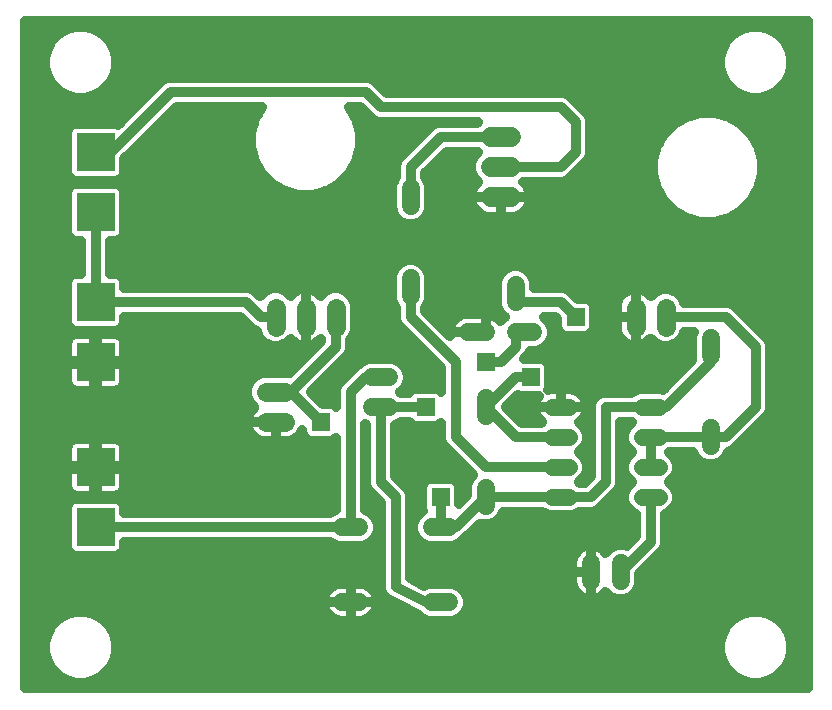
<source format=gtl>
G75*
%MOIN*%
%OFA0B0*%
%FSLAX24Y24*%
%IPPOS*%
%LPD*%
%AMOC8*
5,1,8,0,0,1.08239X$1,22.5*
%
%ADD10C,0.0640*%
%ADD11C,0.0556*%
%ADD12C,0.0586*%
%ADD13C,0.0630*%
%ADD14R,0.1254X0.1254*%
%ADD15C,0.0672*%
%ADD16C,0.0320*%
%ADD17R,0.0586X0.0586*%
D10*
X016763Y019617D02*
X016763Y020257D01*
X017763Y020257D02*
X017763Y019617D01*
X018763Y019617D02*
X018763Y020257D01*
D11*
X025985Y016937D02*
X026541Y016937D01*
X026541Y015937D02*
X025985Y015937D01*
X025985Y014937D02*
X026541Y014937D01*
X026541Y013937D02*
X025985Y013937D01*
X028985Y013937D02*
X029541Y013937D01*
X029541Y014937D02*
X028985Y014937D01*
X028985Y015937D02*
X029541Y015937D01*
X029541Y016937D02*
X028985Y016937D01*
D12*
X031263Y016230D02*
X031263Y015644D01*
X031263Y018644D02*
X031263Y019230D01*
X025350Y019437D02*
X024763Y019437D01*
X024763Y020437D02*
X024763Y021023D01*
X023763Y019437D02*
X023177Y019437D01*
X021263Y020644D02*
X021263Y021230D01*
X021263Y023644D02*
X021263Y024230D01*
X020556Y017937D02*
X019970Y017937D01*
X019970Y016937D02*
X020556Y016937D01*
X023763Y017230D02*
X023763Y016644D01*
X023763Y014230D02*
X023763Y013644D01*
X022556Y012937D02*
X021970Y012937D01*
X019556Y012937D02*
X018970Y012937D01*
X018970Y010437D02*
X019556Y010437D01*
X021970Y010437D02*
X022556Y010437D01*
X027263Y011144D02*
X027263Y011730D01*
X028263Y011730D02*
X028263Y011144D01*
D13*
X028763Y019622D02*
X028763Y020252D01*
X029763Y020252D02*
X029763Y019622D01*
X017078Y017437D02*
X016448Y017437D01*
X016448Y016437D02*
X017078Y016437D01*
D14*
X010763Y014937D03*
X010763Y012937D03*
X010763Y018437D03*
X010763Y020437D03*
X010763Y023437D03*
X010763Y025437D03*
D15*
X023927Y025937D02*
X024599Y025937D01*
X024599Y024937D02*
X023927Y024937D01*
X023927Y023937D02*
X024599Y023937D01*
D16*
X008397Y029803D02*
X008397Y007570D01*
X034500Y007570D01*
X034500Y029803D01*
X008397Y029803D01*
X008397Y029550D02*
X009846Y029550D01*
X009806Y029540D02*
X009537Y029384D01*
X009316Y029163D01*
X009160Y028894D01*
X009080Y028592D01*
X009080Y028281D01*
X009160Y027980D01*
X009316Y027710D01*
X009537Y027490D01*
X009806Y027334D01*
X010108Y027253D01*
X010419Y027253D01*
X010720Y027334D01*
X010990Y027490D01*
X011210Y027710D01*
X011366Y027980D01*
X011447Y028281D01*
X011447Y028592D01*
X011366Y028894D01*
X011210Y029163D01*
X010990Y029384D01*
X010720Y029540D01*
X010419Y029620D01*
X010108Y029620D01*
X009806Y029540D01*
X009384Y029232D02*
X008397Y029232D01*
X008397Y028913D02*
X009172Y028913D01*
X009080Y028595D02*
X008397Y028595D01*
X008397Y028276D02*
X009081Y028276D01*
X009173Y027958D02*
X008397Y027958D01*
X008397Y027639D02*
X009387Y027639D01*
X009855Y027321D02*
X008397Y027321D01*
X008397Y027002D02*
X012151Y027002D01*
X012469Y027321D02*
X010672Y027321D01*
X011140Y027639D02*
X012788Y027639D01*
X012992Y027843D02*
X013168Y027916D01*
X019859Y027916D01*
X020035Y027843D01*
X020170Y027708D01*
X020462Y027416D01*
X026359Y027416D01*
X026535Y027343D01*
X026670Y027208D01*
X027170Y026708D01*
X027243Y026532D01*
X027243Y025341D01*
X027170Y025165D01*
X027035Y025030D01*
X026535Y024530D01*
X026359Y024457D01*
X025047Y024457D01*
X025025Y024436D01*
X025032Y024430D01*
X025093Y024370D01*
X025145Y024302D01*
X025188Y024227D01*
X025221Y024148D01*
X025244Y024065D01*
X025255Y023980D01*
X025255Y023937D01*
X024263Y023937D01*
X024263Y023937D01*
X023272Y023937D01*
X023272Y023980D01*
X023283Y024065D01*
X023305Y024148D01*
X023338Y024227D01*
X023381Y024302D01*
X023433Y024370D01*
X023494Y024430D01*
X023501Y024436D01*
X023372Y024565D01*
X023272Y024806D01*
X023272Y025067D01*
X023372Y025308D01*
X023500Y025437D01*
X023480Y025457D01*
X022462Y025457D01*
X021743Y024738D01*
X021743Y024617D01*
X021783Y024577D01*
X021876Y024352D01*
X021876Y023522D01*
X021783Y023297D01*
X021610Y023124D01*
X021385Y023031D01*
X021141Y023031D01*
X020916Y023124D01*
X020744Y023297D01*
X020651Y023522D01*
X020651Y024352D01*
X020744Y024577D01*
X020784Y024617D01*
X020784Y025032D01*
X020857Y025208D01*
X021992Y026343D01*
X022168Y026416D01*
X023480Y026416D01*
X023521Y026457D01*
X020168Y026457D01*
X019992Y026530D01*
X019565Y026957D01*
X019203Y026957D01*
X019212Y026948D01*
X019450Y026535D01*
X019573Y026075D01*
X019573Y025598D01*
X019450Y025138D01*
X019212Y024725D01*
X018875Y024388D01*
X018462Y024150D01*
X018002Y024027D01*
X017525Y024027D01*
X017065Y024150D01*
X016652Y024388D01*
X016315Y024725D01*
X016077Y025138D01*
X015953Y025598D01*
X015953Y026075D01*
X016077Y026535D01*
X016315Y026948D01*
X016324Y026957D01*
X013462Y026957D01*
X011710Y025205D01*
X011710Y024746D01*
X011661Y024629D01*
X011571Y024539D01*
X011454Y024490D01*
X010073Y024490D01*
X009956Y024539D01*
X009866Y024629D01*
X009817Y024746D01*
X009817Y026127D01*
X009866Y026244D01*
X009956Y026334D01*
X010073Y026383D01*
X011454Y026383D01*
X011509Y026360D01*
X012992Y027843D01*
X013263Y027437D02*
X011263Y025437D01*
X010763Y025437D01*
X009817Y025410D02*
X008397Y025410D01*
X008397Y025091D02*
X009817Y025091D01*
X009817Y024773D02*
X008397Y024773D01*
X008397Y024454D02*
X016586Y024454D01*
X016288Y024773D02*
X011710Y024773D01*
X011710Y025091D02*
X016104Y025091D01*
X016004Y025410D02*
X011914Y025410D01*
X012233Y025728D02*
X015953Y025728D01*
X015953Y026047D02*
X012551Y026047D01*
X012870Y026365D02*
X016031Y026365D01*
X016162Y026684D02*
X013188Y026684D01*
X013263Y027437D02*
X019763Y027437D01*
X020263Y026937D01*
X026263Y026937D01*
X026763Y026437D01*
X026763Y025437D01*
X026263Y024937D01*
X024263Y024937D01*
X023483Y024454D02*
X021833Y024454D01*
X021876Y024136D02*
X023302Y024136D01*
X023272Y023937D02*
X023272Y023894D01*
X023283Y023808D01*
X023305Y023725D01*
X023338Y023646D01*
X023381Y023572D01*
X023433Y023504D01*
X023494Y023443D01*
X023562Y023390D01*
X023637Y023348D01*
X023716Y023315D01*
X023799Y023292D01*
X023884Y023281D01*
X024263Y023281D01*
X024263Y023937D01*
X023272Y023937D01*
X023282Y023817D02*
X021876Y023817D01*
X021866Y023499D02*
X023438Y023499D01*
X024263Y023499D02*
X024263Y023499D01*
X024263Y023281D02*
X024642Y023281D01*
X024727Y023292D01*
X024810Y023315D01*
X024890Y023348D01*
X024964Y023390D01*
X025032Y023443D01*
X025093Y023504D01*
X025145Y023572D01*
X025188Y023646D01*
X025221Y023725D01*
X025244Y023808D01*
X025255Y023894D01*
X025255Y023937D01*
X024263Y023937D01*
X024263Y023937D01*
X024263Y023937D01*
X024263Y023281D01*
X024263Y023817D02*
X024263Y023817D01*
X025088Y023499D02*
X030042Y023499D01*
X030052Y023488D02*
X030465Y023250D01*
X030925Y023127D01*
X031402Y023127D01*
X031862Y023250D01*
X032275Y023488D01*
X032612Y023825D01*
X032850Y024238D01*
X032973Y024698D01*
X032973Y025175D01*
X032850Y025635D01*
X032612Y026048D01*
X032275Y026385D01*
X031862Y026623D01*
X031402Y026747D01*
X030925Y026747D01*
X030465Y026623D01*
X030052Y026385D01*
X029715Y026048D01*
X029477Y025635D01*
X029353Y025175D01*
X029353Y024698D01*
X029477Y024238D01*
X029715Y023825D01*
X030052Y023488D01*
X029723Y023817D02*
X025245Y023817D01*
X025225Y024136D02*
X029536Y024136D01*
X029419Y024454D02*
X025044Y024454D01*
X026777Y024773D02*
X029353Y024773D01*
X029353Y025091D02*
X027096Y025091D01*
X027243Y025410D02*
X029416Y025410D01*
X029530Y025728D02*
X027243Y025728D01*
X027243Y026047D02*
X029714Y026047D01*
X030032Y026365D02*
X027243Y026365D01*
X027180Y026684D02*
X030690Y026684D01*
X031637Y026684D02*
X034500Y026684D01*
X034500Y027002D02*
X026876Y027002D01*
X026557Y027321D02*
X032355Y027321D01*
X032306Y027334D02*
X032608Y027253D01*
X032919Y027253D01*
X033220Y027334D01*
X033490Y027490D01*
X033710Y027710D01*
X033866Y027980D01*
X033947Y028281D01*
X033947Y028592D01*
X033866Y028894D01*
X033710Y029163D01*
X033490Y029384D01*
X033220Y029540D01*
X032919Y029620D01*
X032608Y029620D01*
X032306Y029540D01*
X032037Y029384D01*
X031816Y029163D01*
X031660Y028894D01*
X031580Y028592D01*
X031580Y028281D01*
X031660Y027980D01*
X031816Y027710D01*
X032037Y027490D01*
X032306Y027334D01*
X031887Y027639D02*
X020239Y027639D01*
X019838Y026684D02*
X019364Y026684D01*
X019496Y026365D02*
X022045Y026365D01*
X021695Y026047D02*
X019573Y026047D01*
X019573Y025728D02*
X021377Y025728D01*
X021058Y025410D02*
X019523Y025410D01*
X019423Y025091D02*
X020808Y025091D01*
X020784Y024773D02*
X019239Y024773D01*
X018941Y024454D02*
X020693Y024454D01*
X020651Y024136D02*
X018408Y024136D01*
X017118Y024136D02*
X011706Y024136D01*
X011710Y024127D02*
X011661Y024244D01*
X011571Y024334D01*
X011454Y024383D01*
X010073Y024383D01*
X009956Y024334D01*
X009866Y024244D01*
X009817Y024127D01*
X009817Y022746D01*
X009866Y022629D01*
X009956Y022539D01*
X010073Y022490D01*
X010284Y022490D01*
X010284Y021383D01*
X010073Y021383D01*
X009956Y021334D01*
X009866Y021244D01*
X009817Y021127D01*
X009817Y019746D01*
X009866Y019629D01*
X009956Y019539D01*
X010073Y019490D01*
X011454Y019490D01*
X011571Y019539D01*
X011661Y019629D01*
X011710Y019746D01*
X011710Y019957D01*
X015565Y019957D01*
X015857Y019665D01*
X015992Y019530D01*
X016131Y019473D01*
X016221Y019254D01*
X016401Y019075D01*
X016636Y018977D01*
X016891Y018977D01*
X017126Y019075D01*
X017266Y019215D01*
X017282Y019194D01*
X017341Y019135D01*
X017407Y019084D01*
X017480Y019042D01*
X017557Y019010D01*
X017638Y018988D01*
X017721Y018977D01*
X017763Y018977D01*
X017763Y019937D01*
X017763Y020896D01*
X017721Y020896D01*
X017638Y020885D01*
X017557Y020863D01*
X017480Y020831D01*
X017407Y020789D01*
X017341Y020738D01*
X017282Y020679D01*
X017266Y020659D01*
X017126Y020799D01*
X016891Y020896D01*
X016636Y020896D01*
X016401Y020799D01*
X016240Y020638D01*
X016035Y020843D01*
X015859Y020916D01*
X011710Y020916D01*
X011710Y021127D01*
X011661Y021244D01*
X011571Y021334D01*
X011454Y021383D01*
X011243Y021383D01*
X011243Y022490D01*
X011454Y022490D01*
X011571Y022539D01*
X011661Y022629D01*
X011710Y022746D01*
X011710Y024127D01*
X011710Y023817D02*
X020651Y023817D01*
X020660Y023499D02*
X011710Y023499D01*
X011710Y023180D02*
X020860Y023180D01*
X021666Y023180D02*
X030725Y023180D01*
X031601Y023180D02*
X034500Y023180D01*
X034500Y022862D02*
X011710Y022862D01*
X011575Y022543D02*
X034500Y022543D01*
X034500Y022225D02*
X011243Y022225D01*
X011243Y021906D02*
X034500Y021906D01*
X034500Y021588D02*
X025000Y021588D01*
X025110Y021542D02*
X024885Y021635D01*
X024641Y021635D01*
X024416Y021542D01*
X024244Y021370D01*
X024151Y021145D01*
X024151Y020315D01*
X024244Y020090D01*
X024397Y019937D01*
X024258Y019798D01*
X024231Y019836D01*
X024162Y019904D01*
X024084Y019961D01*
X023998Y020004D01*
X023907Y020034D01*
X023812Y020049D01*
X023763Y020049D01*
X023129Y020049D01*
X023034Y020034D01*
X022942Y020004D01*
X022856Y019961D01*
X022778Y019904D01*
X022710Y019836D01*
X022653Y019758D01*
X022609Y019672D01*
X022580Y019580D01*
X022565Y019485D01*
X022565Y019437D01*
X023763Y019437D01*
X023763Y020049D01*
X023763Y019437D01*
X023763Y019437D01*
X023763Y019437D01*
X022565Y019437D01*
X022565Y019388D01*
X022579Y019299D01*
X021743Y020135D01*
X021743Y020257D01*
X021783Y020297D01*
X021876Y020522D01*
X021876Y021352D01*
X021783Y021577D01*
X021610Y021749D01*
X021385Y021842D01*
X021141Y021842D01*
X020916Y021749D01*
X020744Y021577D01*
X020651Y021352D01*
X020651Y020522D01*
X020744Y020297D01*
X020784Y020257D01*
X020784Y019841D01*
X020857Y019665D01*
X020992Y019530D01*
X022284Y018238D01*
X022284Y017454D01*
X022237Y017501D01*
X022120Y017549D01*
X021407Y017549D01*
X021289Y017501D01*
X021205Y017416D01*
X020943Y017416D01*
X020923Y017437D01*
X021076Y017590D01*
X021169Y017815D01*
X021169Y018058D01*
X021076Y018284D01*
X020903Y018456D01*
X020678Y018549D01*
X019848Y018549D01*
X019623Y018456D01*
X019524Y018356D01*
X019492Y018343D01*
X019357Y018208D01*
X018857Y017708D01*
X018784Y017532D01*
X018784Y016954D01*
X018737Y017001D01*
X018620Y017049D01*
X018329Y017049D01*
X017941Y017437D01*
X019170Y018665D01*
X019243Y018841D01*
X019243Y019192D01*
X019305Y019254D01*
X019403Y019489D01*
X019403Y020384D01*
X019305Y020619D01*
X019126Y020799D01*
X018891Y020896D01*
X018636Y020896D01*
X018401Y020799D01*
X018261Y020659D01*
X018245Y020679D01*
X018186Y020738D01*
X018119Y020789D01*
X018047Y020831D01*
X017969Y020863D01*
X017888Y020885D01*
X017805Y020896D01*
X017763Y020896D01*
X017763Y019937D01*
X017763Y019937D01*
X017763Y019937D01*
X017763Y018977D01*
X017805Y018977D01*
X017888Y018988D01*
X017969Y019010D01*
X018047Y019042D01*
X018119Y019084D01*
X018186Y019135D01*
X018245Y019194D01*
X018261Y019215D01*
X018284Y019192D01*
X018284Y019135D01*
X017215Y018067D01*
X017205Y018071D01*
X016322Y018071D01*
X016089Y017974D01*
X015910Y017796D01*
X015814Y017563D01*
X015814Y017310D01*
X015910Y017077D01*
X016054Y016934D01*
X016035Y016921D01*
X015964Y016850D01*
X015906Y016769D01*
X015860Y016680D01*
X015830Y016585D01*
X015814Y016487D01*
X015814Y016437D01*
X016763Y016437D01*
X016763Y016437D01*
X015814Y016437D01*
X015814Y016387D01*
X015830Y016288D01*
X015860Y016193D01*
X015906Y016104D01*
X015964Y016023D01*
X016035Y015953D01*
X016116Y015894D01*
X016205Y015849D01*
X016300Y015818D01*
X016398Y015802D01*
X016763Y015802D01*
X016763Y016437D01*
X016763Y016437D01*
X016763Y015802D01*
X017128Y015802D01*
X017227Y015818D01*
X017322Y015849D01*
X017411Y015894D01*
X017492Y015953D01*
X017562Y016023D01*
X017621Y016104D01*
X017651Y016163D01*
X017651Y016080D01*
X017699Y015963D01*
X017789Y015873D01*
X017907Y015824D01*
X018620Y015824D01*
X018737Y015873D01*
X018784Y015919D01*
X018784Y013522D01*
X018623Y013456D01*
X018583Y013416D01*
X011710Y013416D01*
X011710Y013627D01*
X011661Y013744D01*
X011571Y013834D01*
X011454Y013883D01*
X010073Y013883D01*
X009956Y013834D01*
X009866Y013744D01*
X009817Y013627D01*
X009817Y012246D01*
X009866Y012129D01*
X009956Y012039D01*
X010073Y011990D01*
X011454Y011990D01*
X011571Y012039D01*
X011661Y012129D01*
X011710Y012246D01*
X011710Y012457D01*
X018583Y012457D01*
X018623Y012417D01*
X018848Y012324D01*
X019678Y012324D01*
X019903Y012417D01*
X020076Y012590D01*
X020169Y012815D01*
X020169Y013058D01*
X020076Y013284D01*
X019903Y013456D01*
X019743Y013522D01*
X019743Y016368D01*
X019784Y016351D01*
X019784Y014341D01*
X019857Y014165D01*
X020284Y013738D01*
X020284Y010954D01*
X020278Y010875D01*
X020284Y010859D01*
X020284Y010841D01*
X020314Y010769D01*
X020339Y010695D01*
X020350Y010681D01*
X020357Y010665D01*
X020412Y010610D01*
X020464Y010550D01*
X020479Y010543D01*
X020492Y010530D01*
X020564Y010500D01*
X021479Y010043D01*
X021492Y010030D01*
X021524Y010017D01*
X021623Y009917D01*
X021848Y009824D01*
X022678Y009824D01*
X022903Y009917D01*
X023076Y010090D01*
X023169Y010315D01*
X023169Y010558D01*
X023076Y010784D01*
X022903Y010956D01*
X022678Y011049D01*
X021848Y011049D01*
X021718Y010995D01*
X021243Y011233D01*
X021243Y014032D01*
X021170Y014208D01*
X021035Y014343D01*
X020743Y014635D01*
X020743Y016351D01*
X020903Y016417D01*
X020943Y016457D01*
X021205Y016457D01*
X021289Y016373D01*
X021407Y016324D01*
X022120Y016324D01*
X022237Y016373D01*
X022284Y016419D01*
X022284Y015841D01*
X022357Y015665D01*
X022492Y015530D01*
X023345Y014677D01*
X023244Y014577D01*
X023151Y014352D01*
X023151Y014002D01*
X022876Y013727D01*
X022876Y014293D01*
X022827Y014411D01*
X022737Y014501D01*
X022620Y014549D01*
X021907Y014549D01*
X021789Y014501D01*
X021699Y014411D01*
X021651Y014293D01*
X021651Y013580D01*
X021691Y013484D01*
X021623Y013456D01*
X021451Y013284D01*
X021358Y013058D01*
X021358Y012815D01*
X021451Y012590D01*
X021623Y012417D01*
X021848Y012324D01*
X022678Y012324D01*
X022903Y012417D01*
X023003Y012517D01*
X023035Y012530D01*
X023170Y012665D01*
X023567Y013062D01*
X023641Y013031D01*
X023885Y013031D01*
X024110Y013124D01*
X024283Y013297D01*
X024349Y013457D01*
X025620Y013457D01*
X025647Y013430D01*
X025866Y013339D01*
X026660Y013339D01*
X026880Y013430D01*
X026907Y013457D01*
X027359Y013457D01*
X027535Y013530D01*
X028035Y014030D01*
X028170Y014165D01*
X028243Y014341D01*
X028243Y016457D01*
X028620Y016457D01*
X028640Y016437D01*
X028479Y016275D01*
X028388Y016056D01*
X028388Y015818D01*
X028479Y015598D01*
X028640Y015437D01*
X028479Y015275D01*
X028388Y015056D01*
X028388Y014818D01*
X028479Y014598D01*
X028640Y014437D01*
X028479Y014275D01*
X028388Y014056D01*
X028388Y013818D01*
X028479Y013598D01*
X028647Y013430D01*
X028784Y013373D01*
X028784Y012635D01*
X028460Y012311D01*
X028385Y012342D01*
X028141Y012342D01*
X027916Y012249D01*
X027758Y012091D01*
X027731Y012129D01*
X027662Y012197D01*
X027584Y012254D01*
X027498Y012297D01*
X027407Y012327D01*
X027312Y012342D01*
X027263Y012342D01*
X027215Y012342D01*
X027120Y012327D01*
X027028Y012297D01*
X026942Y012254D01*
X026864Y012197D01*
X026796Y012129D01*
X026739Y012051D01*
X026696Y011965D01*
X026666Y011873D01*
X026651Y011778D01*
X026651Y011437D01*
X027263Y011437D01*
X027263Y012342D01*
X027263Y011437D01*
X027263Y011437D01*
X027263Y011437D01*
X026651Y011437D01*
X026651Y011095D01*
X026666Y011000D01*
X026696Y010908D01*
X026739Y010822D01*
X026796Y010744D01*
X026864Y010676D01*
X026942Y010620D01*
X027028Y010576D01*
X027120Y010546D01*
X027215Y010531D01*
X027263Y010531D01*
X027263Y011437D01*
X027263Y011437D01*
X027263Y010531D01*
X027312Y010531D01*
X027407Y010546D01*
X027498Y010576D01*
X027584Y010620D01*
X027662Y010676D01*
X027731Y010744D01*
X027758Y010782D01*
X027916Y010624D01*
X028141Y010531D01*
X028385Y010531D01*
X028610Y010624D01*
X028783Y010797D01*
X028876Y011022D01*
X028876Y011371D01*
X029535Y012030D01*
X029670Y012165D01*
X029743Y012341D01*
X029743Y013373D01*
X029880Y013430D01*
X030048Y013598D01*
X030139Y013818D01*
X030139Y014056D01*
X030048Y014275D01*
X029887Y014437D01*
X030048Y014598D01*
X030139Y014818D01*
X030139Y015056D01*
X030048Y015275D01*
X029887Y015437D01*
X029907Y015457D01*
X030677Y015457D01*
X030744Y015297D01*
X030916Y015124D01*
X031141Y015031D01*
X031385Y015031D01*
X031610Y015124D01*
X031783Y015297D01*
X031849Y015457D01*
X031859Y015457D01*
X032035Y015530D01*
X032170Y015665D01*
X033170Y016665D01*
X033243Y016841D01*
X033243Y019032D01*
X033170Y019208D01*
X033035Y019343D01*
X032035Y020343D01*
X031859Y020416D01*
X030382Y020416D01*
X030301Y020611D01*
X030123Y020789D01*
X029890Y020886D01*
X029637Y020886D01*
X029404Y020789D01*
X029261Y020646D01*
X029247Y020665D01*
X029177Y020736D01*
X029096Y020794D01*
X029007Y020840D01*
X028912Y020870D01*
X028813Y020886D01*
X028763Y020886D01*
X028713Y020886D01*
X028615Y020870D01*
X028520Y020840D01*
X028431Y020794D01*
X028350Y020736D01*
X028279Y020665D01*
X028221Y020584D01*
X028175Y020495D01*
X028145Y020400D01*
X028129Y020302D01*
X028129Y019937D01*
X028763Y019937D01*
X028763Y020886D01*
X028763Y019937D01*
X028763Y019937D01*
X028763Y019937D01*
X028129Y019937D01*
X028129Y019572D01*
X028145Y019473D01*
X028175Y019378D01*
X028221Y019289D01*
X028279Y019208D01*
X028350Y019138D01*
X028431Y019079D01*
X028520Y019034D01*
X028615Y019003D01*
X028713Y018987D01*
X028763Y018987D01*
X028763Y019937D01*
X028763Y019937D01*
X028763Y018987D01*
X028813Y018987D01*
X028912Y019003D01*
X029007Y019034D01*
X029096Y019079D01*
X029177Y019138D01*
X029247Y019208D01*
X029261Y019227D01*
X029404Y019084D01*
X029637Y018987D01*
X029890Y018987D01*
X030123Y019084D01*
X030301Y019262D01*
X030382Y019457D01*
X030695Y019457D01*
X030651Y019352D01*
X030651Y018522D01*
X030657Y018508D01*
X029676Y017528D01*
X029660Y017534D01*
X028866Y017534D01*
X028647Y017443D01*
X028620Y017416D01*
X027668Y017416D01*
X027492Y017343D01*
X027357Y017208D01*
X027284Y017032D01*
X027284Y014635D01*
X027065Y014416D01*
X026907Y014416D01*
X026887Y014437D01*
X027048Y014598D01*
X027139Y014818D01*
X027139Y015056D01*
X027048Y015275D01*
X026887Y015437D01*
X027048Y015598D01*
X027139Y015818D01*
X027139Y016056D01*
X027048Y016275D01*
X026880Y016443D01*
X026879Y016443D01*
X026931Y016481D01*
X026997Y016547D01*
X027053Y016623D01*
X027095Y016707D01*
X027124Y016797D01*
X027139Y016890D01*
X027139Y016937D01*
X027139Y016984D01*
X027124Y017077D01*
X027095Y017166D01*
X027053Y017250D01*
X026997Y017326D01*
X026931Y017392D01*
X026855Y017448D01*
X026771Y017490D01*
X026681Y017519D01*
X026588Y017534D01*
X026263Y017534D01*
X025938Y017534D01*
X025851Y017520D01*
X025876Y017580D01*
X025876Y018293D01*
X025827Y018411D01*
X025737Y018501D01*
X025620Y018549D01*
X025054Y018549D01*
X025170Y018665D01*
X025236Y018824D01*
X025471Y018824D01*
X025697Y018917D01*
X025869Y019090D01*
X025962Y019315D01*
X025962Y019558D01*
X025869Y019784D01*
X025697Y019956D01*
X025694Y019957D01*
X026065Y019957D01*
X026151Y019871D01*
X026151Y019580D01*
X026199Y019463D01*
X026289Y019373D01*
X026407Y019324D01*
X027120Y019324D01*
X027237Y019373D01*
X027327Y019463D01*
X027376Y019580D01*
X027376Y020293D01*
X027327Y020411D01*
X027237Y020501D01*
X027120Y020549D01*
X026829Y020549D01*
X026535Y020843D01*
X026359Y020916D01*
X025376Y020916D01*
X025376Y021145D01*
X025283Y021370D01*
X025110Y021542D01*
X025324Y021269D02*
X034500Y021269D01*
X034500Y020951D02*
X025376Y020951D01*
X024763Y020437D02*
X026263Y020437D01*
X026763Y019937D01*
X026151Y019677D02*
X025913Y019677D01*
X025962Y019358D02*
X026324Y019358D01*
X025819Y019040D02*
X028508Y019040D01*
X028763Y019040D02*
X028763Y019040D01*
X029019Y019040D02*
X029510Y019040D01*
X030016Y019040D02*
X030651Y019040D01*
X030653Y019358D02*
X030341Y019358D01*
X030651Y018721D02*
X025193Y018721D01*
X024763Y018937D02*
X024263Y018437D01*
X023763Y018437D01*
X022763Y018437D02*
X021263Y019937D01*
X021263Y020937D01*
X020651Y020951D02*
X011710Y020951D01*
X011636Y021269D02*
X020651Y021269D01*
X020755Y021588D02*
X011243Y021588D01*
X010284Y021588D02*
X008397Y021588D01*
X008397Y021906D02*
X010284Y021906D01*
X010284Y022225D02*
X008397Y022225D01*
X008397Y022543D02*
X009951Y022543D01*
X009817Y022862D02*
X008397Y022862D01*
X008397Y023180D02*
X009817Y023180D01*
X009817Y023499D02*
X008397Y023499D01*
X008397Y023817D02*
X009817Y023817D01*
X009821Y024136D02*
X008397Y024136D01*
X008397Y025728D02*
X009817Y025728D01*
X009817Y026047D02*
X008397Y026047D01*
X008397Y026365D02*
X010030Y026365D01*
X011497Y026365D02*
X011514Y026365D01*
X011832Y026684D02*
X008397Y026684D01*
X011354Y027958D02*
X031673Y027958D01*
X031581Y028276D02*
X011446Y028276D01*
X011446Y028595D02*
X031580Y028595D01*
X031672Y028913D02*
X011355Y028913D01*
X011142Y029232D02*
X031884Y029232D01*
X032346Y029550D02*
X010681Y029550D01*
X010763Y023437D02*
X010763Y020437D01*
X015763Y020437D01*
X016263Y019937D01*
X016763Y019937D01*
X016178Y019358D02*
X011514Y019358D01*
X011541Y019347D02*
X011483Y019371D01*
X011422Y019383D01*
X010818Y019383D01*
X010818Y018492D01*
X010708Y018492D01*
X010708Y019383D01*
X010105Y019383D01*
X010043Y019371D01*
X009985Y019347D01*
X009933Y019312D01*
X009888Y019267D01*
X009853Y019215D01*
X009829Y019157D01*
X009817Y019095D01*
X009817Y018492D01*
X010708Y018492D01*
X010708Y018382D01*
X009817Y018382D01*
X009817Y017778D01*
X009829Y017717D01*
X009853Y017658D01*
X009888Y017606D01*
X009933Y017562D01*
X009985Y017527D01*
X010043Y017503D01*
X010105Y017490D01*
X010708Y017490D01*
X010708Y018382D01*
X010818Y018382D01*
X010818Y018492D01*
X011710Y018492D01*
X011710Y019095D01*
X011697Y019157D01*
X011673Y019215D01*
X011638Y019267D01*
X011594Y019312D01*
X011541Y019347D01*
X011710Y019040D02*
X016485Y019040D01*
X017041Y019040D02*
X017485Y019040D01*
X017763Y019040D02*
X017763Y019040D01*
X018041Y019040D02*
X018188Y019040D01*
X017870Y018721D02*
X011710Y018721D01*
X011710Y018382D02*
X010818Y018382D01*
X010818Y017490D01*
X011422Y017490D01*
X011483Y017503D01*
X011541Y017527D01*
X011594Y017562D01*
X011638Y017606D01*
X011673Y017658D01*
X011697Y017717D01*
X011710Y017778D01*
X011710Y018382D01*
X011710Y018084D02*
X017233Y018084D01*
X017551Y018403D02*
X010818Y018403D01*
X010708Y018403D02*
X008397Y018403D01*
X008397Y018721D02*
X009817Y018721D01*
X009817Y019040D02*
X008397Y019040D01*
X008397Y019358D02*
X010013Y019358D01*
X009846Y019677D02*
X008397Y019677D01*
X008397Y019995D02*
X009817Y019995D01*
X009817Y020314D02*
X008397Y020314D01*
X008397Y020632D02*
X009817Y020632D01*
X009817Y020951D02*
X008397Y020951D01*
X008397Y021269D02*
X009890Y021269D01*
X011681Y019677D02*
X015845Y019677D01*
X017763Y019677D02*
X017763Y019677D01*
X017763Y019995D02*
X017763Y019995D01*
X017763Y020314D02*
X017763Y020314D01*
X017763Y020632D02*
X017763Y020632D01*
X018763Y019937D02*
X018763Y018937D01*
X017263Y017437D01*
X018263Y016437D01*
X018249Y017129D02*
X018784Y017129D01*
X018784Y017447D02*
X017952Y017447D01*
X018270Y017766D02*
X018914Y017766D01*
X019233Y018084D02*
X018589Y018084D01*
X018907Y018403D02*
X019570Y018403D01*
X019193Y018721D02*
X021801Y018721D01*
X022119Y018403D02*
X020957Y018403D01*
X021158Y018084D02*
X022284Y018084D01*
X022284Y017766D02*
X021149Y017766D01*
X021236Y017447D02*
X020933Y017447D01*
X020263Y016937D02*
X020263Y014437D01*
X020763Y013937D01*
X020763Y010937D01*
X021763Y010437D01*
X022263Y010437D01*
X023086Y010759D02*
X026786Y010759D01*
X026654Y011077D02*
X021554Y011077D01*
X021243Y011396D02*
X026651Y011396D01*
X026651Y011714D02*
X021243Y011714D01*
X021243Y012033D02*
X026730Y012033D01*
X027263Y012033D02*
X027263Y012033D01*
X027263Y011714D02*
X027263Y011714D01*
X027263Y011396D02*
X027263Y011396D01*
X027263Y011077D02*
X027263Y011077D01*
X027263Y010759D02*
X027263Y010759D01*
X027741Y010759D02*
X027782Y010759D01*
X028263Y011437D02*
X029263Y012437D01*
X029263Y013937D01*
X028784Y013307D02*
X024287Y013307D01*
X023763Y013937D02*
X027263Y013937D01*
X027763Y014437D01*
X027763Y016937D01*
X029263Y016937D01*
X029763Y016937D01*
X031263Y018437D01*
X031263Y018937D01*
X030551Y018403D02*
X025831Y018403D01*
X025876Y018084D02*
X030233Y018084D01*
X029914Y017766D02*
X025876Y017766D01*
X026263Y017534D02*
X026263Y016937D01*
X026263Y016937D01*
X026263Y016937D01*
X025388Y016937D01*
X025388Y016984D01*
X025402Y017077D01*
X025431Y017166D01*
X025474Y017250D01*
X025528Y017324D01*
X024907Y017324D01*
X024852Y017347D01*
X024441Y016937D01*
X024962Y016416D01*
X025620Y016416D01*
X025647Y016443D01*
X025647Y016443D01*
X025596Y016481D01*
X025529Y016547D01*
X025474Y016623D01*
X025431Y016707D01*
X025402Y016797D01*
X025388Y016890D01*
X025388Y016937D01*
X026263Y016937D01*
X026263Y017534D01*
X026263Y017447D02*
X026263Y017447D01*
X026263Y017129D02*
X026263Y017129D01*
X026263Y016937D02*
X027139Y016937D01*
X026263Y016937D01*
X026263Y016937D01*
X026855Y017447D02*
X028656Y017447D01*
X027324Y017129D02*
X027107Y017129D01*
X027126Y016810D02*
X027284Y016810D01*
X027284Y016492D02*
X026942Y016492D01*
X027090Y016173D02*
X027284Y016173D01*
X027284Y015855D02*
X027139Y015855D01*
X027284Y015536D02*
X026986Y015536D01*
X027072Y015218D02*
X027284Y015218D01*
X027284Y014899D02*
X027139Y014899D01*
X027229Y014581D02*
X027031Y014581D01*
X026263Y014937D02*
X023763Y014937D01*
X022763Y015937D01*
X022763Y018437D01*
X022569Y019358D02*
X022520Y019358D01*
X022612Y019677D02*
X022201Y019677D01*
X021883Y019995D02*
X022924Y019995D01*
X023763Y019995D02*
X023763Y019995D01*
X024016Y019995D02*
X024339Y019995D01*
X024151Y020314D02*
X021790Y020314D01*
X021876Y020632D02*
X024151Y020632D01*
X024151Y020951D02*
X021876Y020951D01*
X021876Y021269D02*
X024202Y021269D01*
X024526Y021588D02*
X021772Y021588D01*
X020651Y020632D02*
X019292Y020632D01*
X019403Y020314D02*
X020737Y020314D01*
X020784Y019995D02*
X019403Y019995D01*
X019403Y019677D02*
X020852Y019677D01*
X021164Y019358D02*
X019348Y019358D01*
X019243Y019040D02*
X021482Y019040D01*
X020263Y017937D02*
X019763Y017937D01*
X019263Y017437D01*
X019263Y012937D01*
X010763Y012937D01*
X009817Y012988D02*
X008397Y012988D01*
X008397Y012670D02*
X009817Y012670D01*
X009817Y012351D02*
X008397Y012351D01*
X008397Y012033D02*
X009971Y012033D01*
X009817Y013307D02*
X008397Y013307D01*
X008397Y013625D02*
X009817Y013625D01*
X009985Y014027D02*
X010043Y014003D01*
X010105Y013990D01*
X010708Y013990D01*
X010708Y014882D01*
X009817Y014882D01*
X009817Y014278D01*
X009829Y014217D01*
X009853Y014158D01*
X009888Y014106D01*
X009933Y014062D01*
X009985Y014027D01*
X009820Y014262D02*
X008397Y014262D01*
X008397Y013944D02*
X018784Y013944D01*
X018784Y014262D02*
X011706Y014262D01*
X011710Y014278D02*
X011710Y014882D01*
X010818Y014882D01*
X010818Y014992D01*
X010708Y014992D01*
X010708Y015883D01*
X010105Y015883D01*
X010043Y015871D01*
X009985Y015847D01*
X009933Y015812D01*
X009888Y015767D01*
X009853Y015715D01*
X009829Y015657D01*
X009817Y015595D01*
X009817Y014992D01*
X010708Y014992D01*
X010708Y014882D01*
X010818Y014882D01*
X010818Y013990D01*
X011422Y013990D01*
X011483Y014003D01*
X011541Y014027D01*
X011594Y014062D01*
X011638Y014106D01*
X011673Y014158D01*
X011697Y014217D01*
X011710Y014278D01*
X011710Y014581D02*
X018784Y014581D01*
X018784Y014899D02*
X010818Y014899D01*
X010818Y014992D02*
X011710Y014992D01*
X011710Y015595D01*
X011697Y015657D01*
X011673Y015715D01*
X011638Y015767D01*
X011594Y015812D01*
X011541Y015847D01*
X011483Y015871D01*
X011422Y015883D01*
X010818Y015883D01*
X010818Y014992D01*
X010708Y014899D02*
X008397Y014899D01*
X008397Y014581D02*
X009817Y014581D01*
X009817Y015218D02*
X008397Y015218D01*
X008397Y015536D02*
X009817Y015536D01*
X010005Y015855D02*
X008397Y015855D01*
X008397Y016173D02*
X015871Y016173D01*
X015815Y016492D02*
X008397Y016492D01*
X008397Y016810D02*
X015935Y016810D01*
X015889Y017129D02*
X008397Y017129D01*
X008397Y017447D02*
X015814Y017447D01*
X015898Y017766D02*
X011707Y017766D01*
X010818Y017766D02*
X010708Y017766D01*
X010708Y018084D02*
X010818Y018084D01*
X010818Y018721D02*
X010708Y018721D01*
X010708Y019040D02*
X010818Y019040D01*
X010818Y019358D02*
X010708Y019358D01*
X009817Y018084D02*
X008397Y018084D01*
X008397Y017766D02*
X009820Y017766D01*
X010708Y015855D02*
X010818Y015855D01*
X010818Y015536D02*
X010708Y015536D01*
X010708Y015218D02*
X010818Y015218D01*
X010818Y014581D02*
X010708Y014581D01*
X010708Y014262D02*
X010818Y014262D01*
X011710Y013625D02*
X018784Y013625D01*
X019743Y013625D02*
X020284Y013625D01*
X020284Y013307D02*
X020053Y013307D01*
X020169Y012988D02*
X020284Y012988D01*
X020284Y012670D02*
X020109Y012670D01*
X020284Y012351D02*
X019744Y012351D01*
X020284Y012033D02*
X011556Y012033D01*
X011710Y012351D02*
X018783Y012351D01*
X018922Y011049D02*
X018827Y011034D01*
X018735Y011004D01*
X018649Y010961D01*
X018571Y010904D01*
X018503Y010836D01*
X018446Y010758D01*
X018403Y010672D01*
X018373Y010580D01*
X018358Y010485D01*
X018358Y010437D01*
X019263Y010437D01*
X019263Y011049D01*
X018922Y011049D01*
X019263Y011049D02*
X019263Y010437D01*
X019263Y010437D01*
X019263Y010437D01*
X018358Y010437D01*
X018358Y010388D01*
X018373Y010293D01*
X018403Y010201D01*
X018446Y010116D01*
X018503Y010038D01*
X018571Y009969D01*
X018649Y009913D01*
X018735Y009869D01*
X018827Y009839D01*
X018922Y009824D01*
X019263Y009824D01*
X019263Y010437D01*
X019263Y010437D01*
X020169Y010437D01*
X020169Y010485D01*
X020154Y010580D01*
X020124Y010672D01*
X020080Y010758D01*
X020024Y010836D01*
X019955Y010904D01*
X019877Y010961D01*
X019792Y011004D01*
X019700Y011034D01*
X019605Y011049D01*
X019263Y011049D01*
X019263Y010759D02*
X019263Y010759D01*
X019263Y010440D02*
X019263Y010440D01*
X019263Y010437D02*
X019263Y010437D01*
X019263Y009824D01*
X019605Y009824D01*
X019700Y009839D01*
X019792Y009869D01*
X019877Y009913D01*
X019955Y009969D01*
X020024Y010038D01*
X020080Y010116D01*
X020124Y010201D01*
X020154Y010293D01*
X020169Y010388D01*
X020169Y010437D01*
X019263Y010437D01*
X019263Y010122D02*
X019263Y010122D01*
X018443Y010122D02*
X008397Y010122D01*
X008397Y010440D02*
X018358Y010440D01*
X018447Y010759D02*
X008397Y010759D01*
X008397Y011077D02*
X020284Y011077D01*
X020284Y011396D02*
X008397Y011396D01*
X008397Y011714D02*
X020284Y011714D01*
X021243Y012351D02*
X021783Y012351D01*
X021418Y012670D02*
X021243Y012670D01*
X021243Y012988D02*
X021358Y012988D01*
X021243Y013307D02*
X021474Y013307D01*
X021651Y013625D02*
X021243Y013625D01*
X021243Y013944D02*
X021651Y013944D01*
X021651Y014262D02*
X021116Y014262D01*
X020797Y014581D02*
X023248Y014581D01*
X023151Y014262D02*
X022876Y014262D01*
X022876Y013944D02*
X023092Y013944D01*
X023763Y013937D02*
X022763Y012937D01*
X022263Y012937D01*
X022263Y013937D01*
X023123Y014899D02*
X020743Y014899D01*
X020743Y015218D02*
X022804Y015218D01*
X022492Y015530D02*
X022492Y015530D01*
X022486Y015536D02*
X020743Y015536D01*
X020743Y015855D02*
X022284Y015855D01*
X022284Y016173D02*
X020743Y016173D01*
X020263Y016937D02*
X021763Y016937D01*
X023763Y016937D02*
X024763Y017937D01*
X025263Y017937D01*
X025419Y017129D02*
X024633Y017129D01*
X024568Y016810D02*
X025400Y016810D01*
X025585Y016492D02*
X024886Y016492D01*
X024763Y015937D02*
X026263Y015937D01*
X024763Y015937D02*
X023763Y016937D01*
X024763Y018937D02*
X024763Y019437D01*
X023763Y019677D02*
X023763Y019677D01*
X026746Y020632D02*
X028256Y020632D01*
X028131Y020314D02*
X027367Y020314D01*
X027376Y019995D02*
X028129Y019995D01*
X028129Y019677D02*
X027376Y019677D01*
X027202Y019358D02*
X028186Y019358D01*
X028763Y019358D02*
X028763Y019358D01*
X028763Y019677D02*
X028763Y019677D01*
X028763Y019995D02*
X028763Y019995D01*
X028763Y020314D02*
X028763Y020314D01*
X028763Y020632D02*
X028763Y020632D01*
X029763Y019937D02*
X031763Y019937D01*
X032763Y018937D01*
X032763Y016937D01*
X031763Y015937D01*
X031263Y015937D01*
X029263Y015937D01*
X029263Y014937D01*
X028496Y014581D02*
X028243Y014581D01*
X028243Y014899D02*
X028388Y014899D01*
X028455Y015218D02*
X028243Y015218D01*
X028243Y015536D02*
X028541Y015536D01*
X028388Y015855D02*
X028243Y015855D01*
X028243Y016173D02*
X028436Y016173D01*
X030072Y015218D02*
X030823Y015218D01*
X030139Y014899D02*
X034500Y014899D01*
X034500Y014581D02*
X030031Y014581D01*
X030053Y014262D02*
X034500Y014262D01*
X034500Y013944D02*
X030139Y013944D01*
X030059Y013625D02*
X034500Y013625D01*
X034500Y013307D02*
X029743Y013307D01*
X029743Y012988D02*
X034500Y012988D01*
X034500Y012670D02*
X029743Y012670D01*
X029743Y012351D02*
X034500Y012351D01*
X034500Y012033D02*
X029537Y012033D01*
X029219Y011714D02*
X034500Y011714D01*
X034500Y011396D02*
X028900Y011396D01*
X028876Y011077D02*
X034500Y011077D01*
X034500Y010759D02*
X028745Y010759D01*
X028500Y012351D02*
X022744Y012351D01*
X023174Y012670D02*
X028784Y012670D01*
X028784Y012988D02*
X023493Y012988D01*
X023169Y010440D02*
X034500Y010440D01*
X034500Y010122D02*
X023089Y010122D01*
X021321Y010122D02*
X020083Y010122D01*
X020169Y010440D02*
X020684Y010440D01*
X020317Y010759D02*
X020080Y010759D01*
X020078Y013944D02*
X019743Y013944D01*
X019743Y014262D02*
X019817Y014262D01*
X019784Y014581D02*
X019743Y014581D01*
X019743Y014899D02*
X019784Y014899D01*
X019784Y015218D02*
X019743Y015218D01*
X019743Y015536D02*
X019784Y015536D01*
X019784Y015855D02*
X019743Y015855D01*
X019743Y016173D02*
X019784Y016173D01*
X018784Y015855D02*
X018694Y015855D01*
X018784Y015536D02*
X011710Y015536D01*
X011710Y015218D02*
X018784Y015218D01*
X017833Y015855D02*
X017334Y015855D01*
X016763Y015855D02*
X016763Y015855D01*
X016763Y016173D02*
X016763Y016173D01*
X016193Y015855D02*
X011522Y015855D01*
X016763Y017437D02*
X017263Y017437D01*
X017763Y019358D02*
X017763Y019358D01*
X021263Y023937D02*
X021263Y024937D01*
X022263Y025937D01*
X024263Y025937D01*
X023473Y025410D02*
X022414Y025410D01*
X022096Y025091D02*
X023282Y025091D01*
X023286Y024773D02*
X021777Y024773D01*
X030280Y020632D02*
X034500Y020632D01*
X034500Y020314D02*
X032064Y020314D01*
X032383Y019995D02*
X034500Y019995D01*
X034500Y019677D02*
X032701Y019677D01*
X033020Y019358D02*
X034500Y019358D01*
X034500Y019040D02*
X033240Y019040D01*
X033243Y018721D02*
X034500Y018721D01*
X034500Y018403D02*
X033243Y018403D01*
X033243Y018084D02*
X034500Y018084D01*
X034500Y017766D02*
X033243Y017766D01*
X033243Y017447D02*
X034500Y017447D01*
X034500Y017129D02*
X033243Y017129D01*
X033230Y016810D02*
X034500Y016810D01*
X034500Y016492D02*
X032996Y016492D01*
X032678Y016173D02*
X034500Y016173D01*
X034500Y015855D02*
X032359Y015855D01*
X032041Y015536D02*
X034500Y015536D01*
X034500Y015218D02*
X031704Y015218D01*
X028473Y014262D02*
X028210Y014262D01*
X028388Y013944D02*
X027948Y013944D01*
X027630Y013625D02*
X028467Y013625D01*
X032306Y010040D02*
X032608Y010120D01*
X032919Y010120D01*
X033220Y010040D01*
X033490Y009884D01*
X033710Y009663D01*
X033866Y009394D01*
X033947Y009092D01*
X033947Y008781D01*
X033866Y008480D01*
X033710Y008210D01*
X033490Y007990D01*
X033220Y007834D01*
X032919Y007753D01*
X032608Y007753D01*
X032306Y007834D01*
X032037Y007990D01*
X031816Y008210D01*
X031660Y008480D01*
X031580Y008781D01*
X031580Y009092D01*
X031660Y009394D01*
X031816Y009663D01*
X032037Y009884D01*
X032306Y010040D01*
X031956Y009803D02*
X011071Y009803D01*
X010990Y009884D02*
X010720Y010040D01*
X010419Y010120D01*
X010108Y010120D01*
X009806Y010040D01*
X009537Y009884D01*
X009316Y009663D01*
X009160Y009394D01*
X009080Y009092D01*
X009080Y008781D01*
X009160Y008480D01*
X009316Y008210D01*
X009537Y007990D01*
X009806Y007834D01*
X010108Y007753D01*
X010419Y007753D01*
X010720Y007834D01*
X010990Y007990D01*
X011210Y008210D01*
X011366Y008480D01*
X011447Y008781D01*
X011447Y009092D01*
X011366Y009394D01*
X011210Y009663D01*
X010990Y009884D01*
X011314Y009485D02*
X031713Y009485D01*
X031599Y009166D02*
X011427Y009166D01*
X011447Y008848D02*
X031580Y008848D01*
X031647Y008529D02*
X011380Y008529D01*
X011211Y008211D02*
X031816Y008211D01*
X032205Y007892D02*
X010821Y007892D01*
X009705Y007892D02*
X008397Y007892D01*
X008397Y007574D02*
X034500Y007574D01*
X034500Y007892D02*
X033321Y007892D01*
X033711Y008211D02*
X034500Y008211D01*
X034500Y008529D02*
X033880Y008529D01*
X033947Y008848D02*
X034500Y008848D01*
X034500Y009166D02*
X033927Y009166D01*
X033814Y009485D02*
X034500Y009485D01*
X034500Y009803D02*
X033571Y009803D01*
X034500Y023499D02*
X032285Y023499D01*
X032604Y023817D02*
X034500Y023817D01*
X034500Y024136D02*
X032791Y024136D01*
X032908Y024454D02*
X034500Y024454D01*
X034500Y024773D02*
X032973Y024773D01*
X032973Y025091D02*
X034500Y025091D01*
X034500Y025410D02*
X032910Y025410D01*
X032796Y025728D02*
X034500Y025728D01*
X034500Y026047D02*
X032612Y026047D01*
X032295Y026365D02*
X034500Y026365D01*
X034500Y027321D02*
X033172Y027321D01*
X033640Y027639D02*
X034500Y027639D01*
X034500Y027958D02*
X033854Y027958D01*
X033946Y028276D02*
X034500Y028276D01*
X034500Y028595D02*
X033946Y028595D01*
X033855Y028913D02*
X034500Y028913D01*
X034500Y029232D02*
X033642Y029232D01*
X033181Y029550D02*
X034500Y029550D01*
X009456Y009803D02*
X008397Y009803D01*
X008397Y009485D02*
X009213Y009485D01*
X009099Y009166D02*
X008397Y009166D01*
X008397Y008848D02*
X009080Y008848D01*
X009147Y008529D02*
X008397Y008529D01*
X008397Y008211D02*
X009316Y008211D01*
D17*
X018263Y016437D03*
X021763Y016937D03*
X023763Y018437D03*
X025263Y017937D03*
X026763Y019937D03*
X022263Y013937D03*
M02*

</source>
